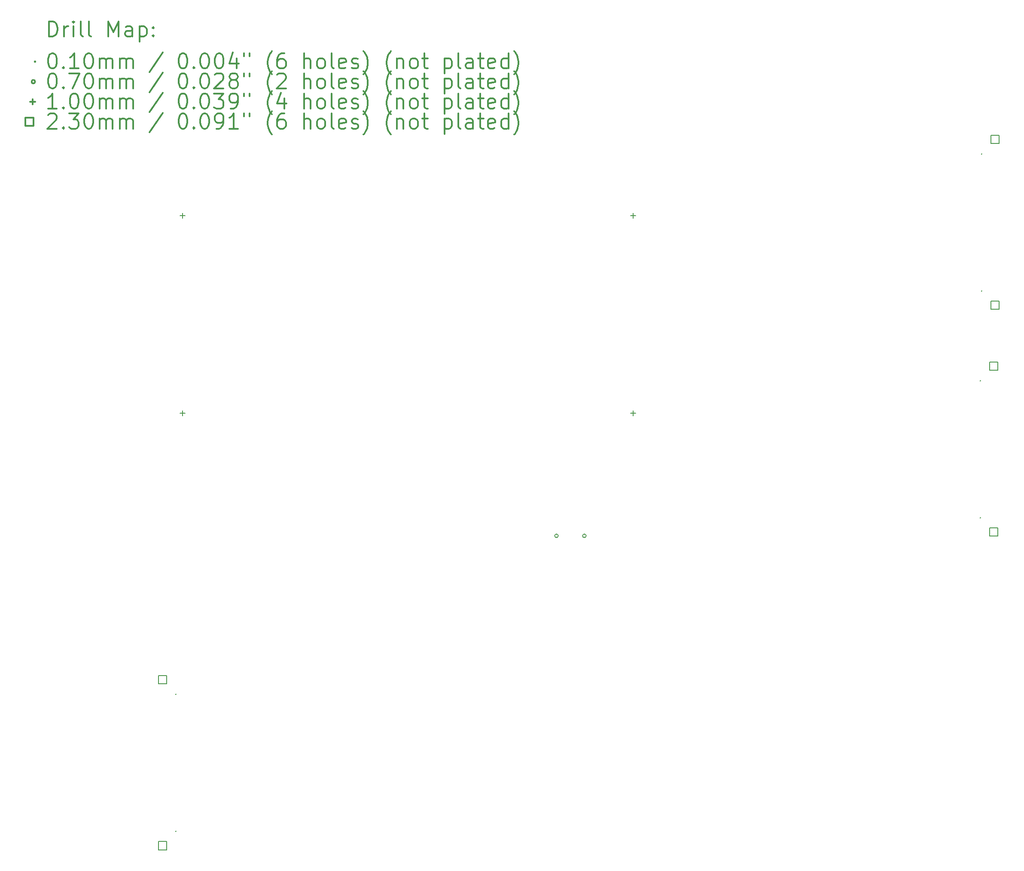
<source format=gbr>
%FSLAX45Y45*%
G04 Gerber Fmt 4.5, Leading zero omitted, Abs format (unit mm)*
G04 Created by KiCad (PCBNEW 4.0.7-e2-6376~58~ubuntu16.04.1) date Sun Feb  4 19:33:28 2018*
%MOMM*%
%LPD*%
G01*
G04 APERTURE LIST*
%ADD10C,0.127000*%
%ADD11C,0.200000*%
%ADD12C,0.300000*%
G04 APERTURE END LIST*
D10*
D11*
X2770600Y-13426100D02*
X2780600Y-13436100D01*
X2780600Y-13426100D02*
X2770600Y-13436100D01*
X2770600Y-16126100D02*
X2780600Y-16136100D01*
X2780600Y-16126100D02*
X2770600Y-16136100D01*
X18631600Y-7244600D02*
X18641600Y-7254600D01*
X18641600Y-7244600D02*
X18631600Y-7254600D01*
X18631600Y-9944600D02*
X18641600Y-9954600D01*
X18641600Y-9944600D02*
X18631600Y-9954600D01*
X18657000Y-2774200D02*
X18667000Y-2784200D01*
X18667000Y-2774200D02*
X18657000Y-2784200D01*
X18657000Y-5474200D02*
X18667000Y-5484200D01*
X18667000Y-5474200D02*
X18657000Y-5484200D01*
X10311160Y-10308820D02*
G75*
G03X10311160Y-10308820I-35000J0D01*
G01*
X10861160Y-10308820D02*
G75*
G03X10861160Y-10308820I-35000J0D01*
G01*
X2904100Y-3946600D02*
X2904100Y-4046600D01*
X2854100Y-3996600D02*
X2954100Y-3996600D01*
X2904100Y-7840600D02*
X2904100Y-7940600D01*
X2854100Y-7890600D02*
X2954100Y-7890600D01*
X11789800Y-3946600D02*
X11789800Y-4046600D01*
X11739800Y-3996600D02*
X11839800Y-3996600D01*
X11789800Y-7840600D02*
X11789800Y-7940600D01*
X11739800Y-7890600D02*
X11839800Y-7890600D01*
X2596918Y-13227418D02*
X2596918Y-13064782D01*
X2434282Y-13064782D01*
X2434282Y-13227418D01*
X2596918Y-13227418D01*
X2596918Y-16497418D02*
X2596918Y-16334782D01*
X2434282Y-16334782D01*
X2434282Y-16497418D01*
X2596918Y-16497418D01*
X18977918Y-7045918D02*
X18977918Y-6883282D01*
X18815282Y-6883282D01*
X18815282Y-7045918D01*
X18977918Y-7045918D01*
X18977918Y-10315918D02*
X18977918Y-10153282D01*
X18815282Y-10153282D01*
X18815282Y-10315918D01*
X18977918Y-10315918D01*
X19003318Y-2575518D02*
X19003318Y-2412882D01*
X18840682Y-2412882D01*
X18840682Y-2575518D01*
X19003318Y-2575518D01*
X19003318Y-5845518D02*
X19003318Y-5682882D01*
X18840682Y-5682882D01*
X18840682Y-5845518D01*
X19003318Y-5845518D01*
D12*
X271429Y-465714D02*
X271429Y-165714D01*
X342857Y-165714D01*
X385714Y-180000D01*
X414286Y-208571D01*
X428571Y-237143D01*
X442857Y-294286D01*
X442857Y-337143D01*
X428571Y-394286D01*
X414286Y-422857D01*
X385714Y-451429D01*
X342857Y-465714D01*
X271429Y-465714D01*
X571429Y-465714D02*
X571429Y-265714D01*
X571429Y-322857D02*
X585714Y-294286D01*
X600000Y-280000D01*
X628571Y-265714D01*
X657143Y-265714D01*
X757143Y-465714D02*
X757143Y-265714D01*
X757143Y-165714D02*
X742857Y-180000D01*
X757143Y-194286D01*
X771429Y-180000D01*
X757143Y-165714D01*
X757143Y-194286D01*
X942857Y-465714D02*
X914286Y-451429D01*
X900000Y-422857D01*
X900000Y-165714D01*
X1100000Y-465714D02*
X1071429Y-451429D01*
X1057143Y-422857D01*
X1057143Y-165714D01*
X1442857Y-465714D02*
X1442857Y-165714D01*
X1542857Y-380000D01*
X1642857Y-165714D01*
X1642857Y-465714D01*
X1914286Y-465714D02*
X1914286Y-308571D01*
X1900000Y-280000D01*
X1871429Y-265714D01*
X1814286Y-265714D01*
X1785714Y-280000D01*
X1914286Y-451429D02*
X1885714Y-465714D01*
X1814286Y-465714D01*
X1785714Y-451429D01*
X1771429Y-422857D01*
X1771429Y-394286D01*
X1785714Y-365714D01*
X1814286Y-351429D01*
X1885714Y-351429D01*
X1914286Y-337143D01*
X2057143Y-265714D02*
X2057143Y-565714D01*
X2057143Y-280000D02*
X2085714Y-265714D01*
X2142857Y-265714D01*
X2171429Y-280000D01*
X2185714Y-294286D01*
X2200000Y-322857D01*
X2200000Y-408571D01*
X2185714Y-437143D01*
X2171429Y-451429D01*
X2142857Y-465714D01*
X2085714Y-465714D01*
X2057143Y-451429D01*
X2328572Y-437143D02*
X2342857Y-451429D01*
X2328572Y-465714D01*
X2314286Y-451429D01*
X2328572Y-437143D01*
X2328572Y-465714D01*
X2328572Y-280000D02*
X2342857Y-294286D01*
X2328572Y-308571D01*
X2314286Y-294286D01*
X2328572Y-280000D01*
X2328572Y-308571D01*
X-10000Y-955000D02*
X0Y-965000D01*
X0Y-955000D02*
X-10000Y-965000D01*
X328571Y-795714D02*
X357143Y-795714D01*
X385714Y-810000D01*
X400000Y-824286D01*
X414286Y-852857D01*
X428571Y-910000D01*
X428571Y-981429D01*
X414286Y-1038571D01*
X400000Y-1067143D01*
X385714Y-1081429D01*
X357143Y-1095714D01*
X328571Y-1095714D01*
X300000Y-1081429D01*
X285714Y-1067143D01*
X271429Y-1038571D01*
X257143Y-981429D01*
X257143Y-910000D01*
X271429Y-852857D01*
X285714Y-824286D01*
X300000Y-810000D01*
X328571Y-795714D01*
X557143Y-1067143D02*
X571429Y-1081429D01*
X557143Y-1095714D01*
X542857Y-1081429D01*
X557143Y-1067143D01*
X557143Y-1095714D01*
X857143Y-1095714D02*
X685714Y-1095714D01*
X771428Y-1095714D02*
X771428Y-795714D01*
X742857Y-838571D01*
X714286Y-867143D01*
X685714Y-881429D01*
X1042857Y-795714D02*
X1071429Y-795714D01*
X1100000Y-810000D01*
X1114286Y-824286D01*
X1128571Y-852857D01*
X1142857Y-910000D01*
X1142857Y-981429D01*
X1128571Y-1038571D01*
X1114286Y-1067143D01*
X1100000Y-1081429D01*
X1071429Y-1095714D01*
X1042857Y-1095714D01*
X1014286Y-1081429D01*
X1000000Y-1067143D01*
X985714Y-1038571D01*
X971429Y-981429D01*
X971429Y-910000D01*
X985714Y-852857D01*
X1000000Y-824286D01*
X1014286Y-810000D01*
X1042857Y-795714D01*
X1271429Y-1095714D02*
X1271429Y-895714D01*
X1271429Y-924286D02*
X1285714Y-910000D01*
X1314286Y-895714D01*
X1357143Y-895714D01*
X1385714Y-910000D01*
X1400000Y-938571D01*
X1400000Y-1095714D01*
X1400000Y-938571D02*
X1414286Y-910000D01*
X1442857Y-895714D01*
X1485714Y-895714D01*
X1514286Y-910000D01*
X1528571Y-938571D01*
X1528571Y-1095714D01*
X1671429Y-1095714D02*
X1671429Y-895714D01*
X1671429Y-924286D02*
X1685714Y-910000D01*
X1714286Y-895714D01*
X1757143Y-895714D01*
X1785714Y-910000D01*
X1800000Y-938571D01*
X1800000Y-1095714D01*
X1800000Y-938571D02*
X1814286Y-910000D01*
X1842857Y-895714D01*
X1885714Y-895714D01*
X1914286Y-910000D01*
X1928571Y-938571D01*
X1928571Y-1095714D01*
X2514286Y-781429D02*
X2257143Y-1167143D01*
X2900000Y-795714D02*
X2928571Y-795714D01*
X2957143Y-810000D01*
X2971428Y-824286D01*
X2985714Y-852857D01*
X3000000Y-910000D01*
X3000000Y-981429D01*
X2985714Y-1038571D01*
X2971428Y-1067143D01*
X2957143Y-1081429D01*
X2928571Y-1095714D01*
X2900000Y-1095714D01*
X2871428Y-1081429D01*
X2857143Y-1067143D01*
X2842857Y-1038571D01*
X2828571Y-981429D01*
X2828571Y-910000D01*
X2842857Y-852857D01*
X2857143Y-824286D01*
X2871428Y-810000D01*
X2900000Y-795714D01*
X3128571Y-1067143D02*
X3142857Y-1081429D01*
X3128571Y-1095714D01*
X3114286Y-1081429D01*
X3128571Y-1067143D01*
X3128571Y-1095714D01*
X3328571Y-795714D02*
X3357143Y-795714D01*
X3385714Y-810000D01*
X3400000Y-824286D01*
X3414286Y-852857D01*
X3428571Y-910000D01*
X3428571Y-981429D01*
X3414286Y-1038571D01*
X3400000Y-1067143D01*
X3385714Y-1081429D01*
X3357143Y-1095714D01*
X3328571Y-1095714D01*
X3300000Y-1081429D01*
X3285714Y-1067143D01*
X3271428Y-1038571D01*
X3257143Y-981429D01*
X3257143Y-910000D01*
X3271428Y-852857D01*
X3285714Y-824286D01*
X3300000Y-810000D01*
X3328571Y-795714D01*
X3614286Y-795714D02*
X3642857Y-795714D01*
X3671428Y-810000D01*
X3685714Y-824286D01*
X3700000Y-852857D01*
X3714286Y-910000D01*
X3714286Y-981429D01*
X3700000Y-1038571D01*
X3685714Y-1067143D01*
X3671428Y-1081429D01*
X3642857Y-1095714D01*
X3614286Y-1095714D01*
X3585714Y-1081429D01*
X3571428Y-1067143D01*
X3557143Y-1038571D01*
X3542857Y-981429D01*
X3542857Y-910000D01*
X3557143Y-852857D01*
X3571428Y-824286D01*
X3585714Y-810000D01*
X3614286Y-795714D01*
X3971428Y-895714D02*
X3971428Y-1095714D01*
X3900000Y-781429D02*
X3828571Y-995714D01*
X4014286Y-995714D01*
X4114286Y-795714D02*
X4114286Y-852857D01*
X4228571Y-795714D02*
X4228571Y-852857D01*
X4671429Y-1210000D02*
X4657143Y-1195714D01*
X4628571Y-1152857D01*
X4614286Y-1124286D01*
X4600000Y-1081429D01*
X4585714Y-1010000D01*
X4585714Y-952857D01*
X4600000Y-881429D01*
X4614286Y-838571D01*
X4628571Y-810000D01*
X4657143Y-767143D01*
X4671429Y-752857D01*
X4914286Y-795714D02*
X4857143Y-795714D01*
X4828571Y-810000D01*
X4814286Y-824286D01*
X4785714Y-867143D01*
X4771429Y-924286D01*
X4771429Y-1038571D01*
X4785714Y-1067143D01*
X4800000Y-1081429D01*
X4828571Y-1095714D01*
X4885714Y-1095714D01*
X4914286Y-1081429D01*
X4928571Y-1067143D01*
X4942857Y-1038571D01*
X4942857Y-967143D01*
X4928571Y-938571D01*
X4914286Y-924286D01*
X4885714Y-910000D01*
X4828571Y-910000D01*
X4800000Y-924286D01*
X4785714Y-938571D01*
X4771429Y-967143D01*
X5300000Y-1095714D02*
X5300000Y-795714D01*
X5428571Y-1095714D02*
X5428571Y-938571D01*
X5414286Y-910000D01*
X5385714Y-895714D01*
X5342857Y-895714D01*
X5314286Y-910000D01*
X5300000Y-924286D01*
X5614286Y-1095714D02*
X5585714Y-1081429D01*
X5571429Y-1067143D01*
X5557143Y-1038571D01*
X5557143Y-952857D01*
X5571429Y-924286D01*
X5585714Y-910000D01*
X5614286Y-895714D01*
X5657143Y-895714D01*
X5685714Y-910000D01*
X5700000Y-924286D01*
X5714286Y-952857D01*
X5714286Y-1038571D01*
X5700000Y-1067143D01*
X5685714Y-1081429D01*
X5657143Y-1095714D01*
X5614286Y-1095714D01*
X5885714Y-1095714D02*
X5857143Y-1081429D01*
X5842857Y-1052857D01*
X5842857Y-795714D01*
X6114286Y-1081429D02*
X6085714Y-1095714D01*
X6028571Y-1095714D01*
X6000000Y-1081429D01*
X5985714Y-1052857D01*
X5985714Y-938571D01*
X6000000Y-910000D01*
X6028571Y-895714D01*
X6085714Y-895714D01*
X6114286Y-910000D01*
X6128571Y-938571D01*
X6128571Y-967143D01*
X5985714Y-995714D01*
X6242857Y-1081429D02*
X6271429Y-1095714D01*
X6328571Y-1095714D01*
X6357143Y-1081429D01*
X6371429Y-1052857D01*
X6371429Y-1038571D01*
X6357143Y-1010000D01*
X6328571Y-995714D01*
X6285714Y-995714D01*
X6257143Y-981429D01*
X6242857Y-952857D01*
X6242857Y-938571D01*
X6257143Y-910000D01*
X6285714Y-895714D01*
X6328571Y-895714D01*
X6357143Y-910000D01*
X6471428Y-1210000D02*
X6485714Y-1195714D01*
X6514286Y-1152857D01*
X6528571Y-1124286D01*
X6542857Y-1081429D01*
X6557143Y-1010000D01*
X6557143Y-952857D01*
X6542857Y-881429D01*
X6528571Y-838571D01*
X6514286Y-810000D01*
X6485714Y-767143D01*
X6471428Y-752857D01*
X7014286Y-1210000D02*
X7000000Y-1195714D01*
X6971428Y-1152857D01*
X6957143Y-1124286D01*
X6942857Y-1081429D01*
X6928571Y-1010000D01*
X6928571Y-952857D01*
X6942857Y-881429D01*
X6957143Y-838571D01*
X6971428Y-810000D01*
X7000000Y-767143D01*
X7014286Y-752857D01*
X7128571Y-895714D02*
X7128571Y-1095714D01*
X7128571Y-924286D02*
X7142857Y-910000D01*
X7171428Y-895714D01*
X7214286Y-895714D01*
X7242857Y-910000D01*
X7257143Y-938571D01*
X7257143Y-1095714D01*
X7442857Y-1095714D02*
X7414286Y-1081429D01*
X7400000Y-1067143D01*
X7385714Y-1038571D01*
X7385714Y-952857D01*
X7400000Y-924286D01*
X7414286Y-910000D01*
X7442857Y-895714D01*
X7485714Y-895714D01*
X7514286Y-910000D01*
X7528571Y-924286D01*
X7542857Y-952857D01*
X7542857Y-1038571D01*
X7528571Y-1067143D01*
X7514286Y-1081429D01*
X7485714Y-1095714D01*
X7442857Y-1095714D01*
X7628571Y-895714D02*
X7742857Y-895714D01*
X7671429Y-795714D02*
X7671429Y-1052857D01*
X7685714Y-1081429D01*
X7714286Y-1095714D01*
X7742857Y-1095714D01*
X8071429Y-895714D02*
X8071429Y-1195714D01*
X8071429Y-910000D02*
X8100000Y-895714D01*
X8157143Y-895714D01*
X8185714Y-910000D01*
X8200000Y-924286D01*
X8214286Y-952857D01*
X8214286Y-1038571D01*
X8200000Y-1067143D01*
X8185714Y-1081429D01*
X8157143Y-1095714D01*
X8100000Y-1095714D01*
X8071429Y-1081429D01*
X8385714Y-1095714D02*
X8357143Y-1081429D01*
X8342857Y-1052857D01*
X8342857Y-795714D01*
X8628572Y-1095714D02*
X8628572Y-938571D01*
X8614286Y-910000D01*
X8585714Y-895714D01*
X8528572Y-895714D01*
X8500000Y-910000D01*
X8628572Y-1081429D02*
X8600000Y-1095714D01*
X8528572Y-1095714D01*
X8500000Y-1081429D01*
X8485714Y-1052857D01*
X8485714Y-1024286D01*
X8500000Y-995714D01*
X8528572Y-981429D01*
X8600000Y-981429D01*
X8628572Y-967143D01*
X8728572Y-895714D02*
X8842857Y-895714D01*
X8771429Y-795714D02*
X8771429Y-1052857D01*
X8785714Y-1081429D01*
X8814286Y-1095714D01*
X8842857Y-1095714D01*
X9057143Y-1081429D02*
X9028572Y-1095714D01*
X8971429Y-1095714D01*
X8942857Y-1081429D01*
X8928572Y-1052857D01*
X8928572Y-938571D01*
X8942857Y-910000D01*
X8971429Y-895714D01*
X9028572Y-895714D01*
X9057143Y-910000D01*
X9071429Y-938571D01*
X9071429Y-967143D01*
X8928572Y-995714D01*
X9328572Y-1095714D02*
X9328572Y-795714D01*
X9328572Y-1081429D02*
X9300000Y-1095714D01*
X9242857Y-1095714D01*
X9214286Y-1081429D01*
X9200000Y-1067143D01*
X9185715Y-1038571D01*
X9185715Y-952857D01*
X9200000Y-924286D01*
X9214286Y-910000D01*
X9242857Y-895714D01*
X9300000Y-895714D01*
X9328572Y-910000D01*
X9442857Y-1210000D02*
X9457143Y-1195714D01*
X9485715Y-1152857D01*
X9500000Y-1124286D01*
X9514286Y-1081429D01*
X9528572Y-1010000D01*
X9528572Y-952857D01*
X9514286Y-881429D01*
X9500000Y-838571D01*
X9485715Y-810000D01*
X9457143Y-767143D01*
X9442857Y-752857D01*
X0Y-1356000D02*
G75*
G03X0Y-1356000I-35000J0D01*
G01*
X328571Y-1191714D02*
X357143Y-1191714D01*
X385714Y-1206000D01*
X400000Y-1220286D01*
X414286Y-1248857D01*
X428571Y-1306000D01*
X428571Y-1377429D01*
X414286Y-1434571D01*
X400000Y-1463143D01*
X385714Y-1477429D01*
X357143Y-1491714D01*
X328571Y-1491714D01*
X300000Y-1477429D01*
X285714Y-1463143D01*
X271429Y-1434571D01*
X257143Y-1377429D01*
X257143Y-1306000D01*
X271429Y-1248857D01*
X285714Y-1220286D01*
X300000Y-1206000D01*
X328571Y-1191714D01*
X557143Y-1463143D02*
X571429Y-1477429D01*
X557143Y-1491714D01*
X542857Y-1477429D01*
X557143Y-1463143D01*
X557143Y-1491714D01*
X671429Y-1191714D02*
X871428Y-1191714D01*
X742857Y-1491714D01*
X1042857Y-1191714D02*
X1071429Y-1191714D01*
X1100000Y-1206000D01*
X1114286Y-1220286D01*
X1128571Y-1248857D01*
X1142857Y-1306000D01*
X1142857Y-1377429D01*
X1128571Y-1434571D01*
X1114286Y-1463143D01*
X1100000Y-1477429D01*
X1071429Y-1491714D01*
X1042857Y-1491714D01*
X1014286Y-1477429D01*
X1000000Y-1463143D01*
X985714Y-1434571D01*
X971429Y-1377429D01*
X971429Y-1306000D01*
X985714Y-1248857D01*
X1000000Y-1220286D01*
X1014286Y-1206000D01*
X1042857Y-1191714D01*
X1271429Y-1491714D02*
X1271429Y-1291714D01*
X1271429Y-1320286D02*
X1285714Y-1306000D01*
X1314286Y-1291714D01*
X1357143Y-1291714D01*
X1385714Y-1306000D01*
X1400000Y-1334571D01*
X1400000Y-1491714D01*
X1400000Y-1334571D02*
X1414286Y-1306000D01*
X1442857Y-1291714D01*
X1485714Y-1291714D01*
X1514286Y-1306000D01*
X1528571Y-1334571D01*
X1528571Y-1491714D01*
X1671429Y-1491714D02*
X1671429Y-1291714D01*
X1671429Y-1320286D02*
X1685714Y-1306000D01*
X1714286Y-1291714D01*
X1757143Y-1291714D01*
X1785714Y-1306000D01*
X1800000Y-1334571D01*
X1800000Y-1491714D01*
X1800000Y-1334571D02*
X1814286Y-1306000D01*
X1842857Y-1291714D01*
X1885714Y-1291714D01*
X1914286Y-1306000D01*
X1928571Y-1334571D01*
X1928571Y-1491714D01*
X2514286Y-1177429D02*
X2257143Y-1563143D01*
X2900000Y-1191714D02*
X2928571Y-1191714D01*
X2957143Y-1206000D01*
X2971428Y-1220286D01*
X2985714Y-1248857D01*
X3000000Y-1306000D01*
X3000000Y-1377429D01*
X2985714Y-1434571D01*
X2971428Y-1463143D01*
X2957143Y-1477429D01*
X2928571Y-1491714D01*
X2900000Y-1491714D01*
X2871428Y-1477429D01*
X2857143Y-1463143D01*
X2842857Y-1434571D01*
X2828571Y-1377429D01*
X2828571Y-1306000D01*
X2842857Y-1248857D01*
X2857143Y-1220286D01*
X2871428Y-1206000D01*
X2900000Y-1191714D01*
X3128571Y-1463143D02*
X3142857Y-1477429D01*
X3128571Y-1491714D01*
X3114286Y-1477429D01*
X3128571Y-1463143D01*
X3128571Y-1491714D01*
X3328571Y-1191714D02*
X3357143Y-1191714D01*
X3385714Y-1206000D01*
X3400000Y-1220286D01*
X3414286Y-1248857D01*
X3428571Y-1306000D01*
X3428571Y-1377429D01*
X3414286Y-1434571D01*
X3400000Y-1463143D01*
X3385714Y-1477429D01*
X3357143Y-1491714D01*
X3328571Y-1491714D01*
X3300000Y-1477429D01*
X3285714Y-1463143D01*
X3271428Y-1434571D01*
X3257143Y-1377429D01*
X3257143Y-1306000D01*
X3271428Y-1248857D01*
X3285714Y-1220286D01*
X3300000Y-1206000D01*
X3328571Y-1191714D01*
X3542857Y-1220286D02*
X3557143Y-1206000D01*
X3585714Y-1191714D01*
X3657143Y-1191714D01*
X3685714Y-1206000D01*
X3700000Y-1220286D01*
X3714286Y-1248857D01*
X3714286Y-1277429D01*
X3700000Y-1320286D01*
X3528571Y-1491714D01*
X3714286Y-1491714D01*
X3885714Y-1320286D02*
X3857143Y-1306000D01*
X3842857Y-1291714D01*
X3828571Y-1263143D01*
X3828571Y-1248857D01*
X3842857Y-1220286D01*
X3857143Y-1206000D01*
X3885714Y-1191714D01*
X3942857Y-1191714D01*
X3971428Y-1206000D01*
X3985714Y-1220286D01*
X4000000Y-1248857D01*
X4000000Y-1263143D01*
X3985714Y-1291714D01*
X3971428Y-1306000D01*
X3942857Y-1320286D01*
X3885714Y-1320286D01*
X3857143Y-1334571D01*
X3842857Y-1348857D01*
X3828571Y-1377429D01*
X3828571Y-1434571D01*
X3842857Y-1463143D01*
X3857143Y-1477429D01*
X3885714Y-1491714D01*
X3942857Y-1491714D01*
X3971428Y-1477429D01*
X3985714Y-1463143D01*
X4000000Y-1434571D01*
X4000000Y-1377429D01*
X3985714Y-1348857D01*
X3971428Y-1334571D01*
X3942857Y-1320286D01*
X4114286Y-1191714D02*
X4114286Y-1248857D01*
X4228571Y-1191714D02*
X4228571Y-1248857D01*
X4671429Y-1606000D02*
X4657143Y-1591714D01*
X4628571Y-1548857D01*
X4614286Y-1520286D01*
X4600000Y-1477429D01*
X4585714Y-1406000D01*
X4585714Y-1348857D01*
X4600000Y-1277429D01*
X4614286Y-1234571D01*
X4628571Y-1206000D01*
X4657143Y-1163143D01*
X4671429Y-1148857D01*
X4771429Y-1220286D02*
X4785714Y-1206000D01*
X4814286Y-1191714D01*
X4885714Y-1191714D01*
X4914286Y-1206000D01*
X4928571Y-1220286D01*
X4942857Y-1248857D01*
X4942857Y-1277429D01*
X4928571Y-1320286D01*
X4757143Y-1491714D01*
X4942857Y-1491714D01*
X5300000Y-1491714D02*
X5300000Y-1191714D01*
X5428571Y-1491714D02*
X5428571Y-1334571D01*
X5414286Y-1306000D01*
X5385714Y-1291714D01*
X5342857Y-1291714D01*
X5314286Y-1306000D01*
X5300000Y-1320286D01*
X5614286Y-1491714D02*
X5585714Y-1477429D01*
X5571429Y-1463143D01*
X5557143Y-1434571D01*
X5557143Y-1348857D01*
X5571429Y-1320286D01*
X5585714Y-1306000D01*
X5614286Y-1291714D01*
X5657143Y-1291714D01*
X5685714Y-1306000D01*
X5700000Y-1320286D01*
X5714286Y-1348857D01*
X5714286Y-1434571D01*
X5700000Y-1463143D01*
X5685714Y-1477429D01*
X5657143Y-1491714D01*
X5614286Y-1491714D01*
X5885714Y-1491714D02*
X5857143Y-1477429D01*
X5842857Y-1448857D01*
X5842857Y-1191714D01*
X6114286Y-1477429D02*
X6085714Y-1491714D01*
X6028571Y-1491714D01*
X6000000Y-1477429D01*
X5985714Y-1448857D01*
X5985714Y-1334571D01*
X6000000Y-1306000D01*
X6028571Y-1291714D01*
X6085714Y-1291714D01*
X6114286Y-1306000D01*
X6128571Y-1334571D01*
X6128571Y-1363143D01*
X5985714Y-1391714D01*
X6242857Y-1477429D02*
X6271429Y-1491714D01*
X6328571Y-1491714D01*
X6357143Y-1477429D01*
X6371429Y-1448857D01*
X6371429Y-1434571D01*
X6357143Y-1406000D01*
X6328571Y-1391714D01*
X6285714Y-1391714D01*
X6257143Y-1377429D01*
X6242857Y-1348857D01*
X6242857Y-1334571D01*
X6257143Y-1306000D01*
X6285714Y-1291714D01*
X6328571Y-1291714D01*
X6357143Y-1306000D01*
X6471428Y-1606000D02*
X6485714Y-1591714D01*
X6514286Y-1548857D01*
X6528571Y-1520286D01*
X6542857Y-1477429D01*
X6557143Y-1406000D01*
X6557143Y-1348857D01*
X6542857Y-1277429D01*
X6528571Y-1234571D01*
X6514286Y-1206000D01*
X6485714Y-1163143D01*
X6471428Y-1148857D01*
X7014286Y-1606000D02*
X7000000Y-1591714D01*
X6971428Y-1548857D01*
X6957143Y-1520286D01*
X6942857Y-1477429D01*
X6928571Y-1406000D01*
X6928571Y-1348857D01*
X6942857Y-1277429D01*
X6957143Y-1234571D01*
X6971428Y-1206000D01*
X7000000Y-1163143D01*
X7014286Y-1148857D01*
X7128571Y-1291714D02*
X7128571Y-1491714D01*
X7128571Y-1320286D02*
X7142857Y-1306000D01*
X7171428Y-1291714D01*
X7214286Y-1291714D01*
X7242857Y-1306000D01*
X7257143Y-1334571D01*
X7257143Y-1491714D01*
X7442857Y-1491714D02*
X7414286Y-1477429D01*
X7400000Y-1463143D01*
X7385714Y-1434571D01*
X7385714Y-1348857D01*
X7400000Y-1320286D01*
X7414286Y-1306000D01*
X7442857Y-1291714D01*
X7485714Y-1291714D01*
X7514286Y-1306000D01*
X7528571Y-1320286D01*
X7542857Y-1348857D01*
X7542857Y-1434571D01*
X7528571Y-1463143D01*
X7514286Y-1477429D01*
X7485714Y-1491714D01*
X7442857Y-1491714D01*
X7628571Y-1291714D02*
X7742857Y-1291714D01*
X7671429Y-1191714D02*
X7671429Y-1448857D01*
X7685714Y-1477429D01*
X7714286Y-1491714D01*
X7742857Y-1491714D01*
X8071429Y-1291714D02*
X8071429Y-1591714D01*
X8071429Y-1306000D02*
X8100000Y-1291714D01*
X8157143Y-1291714D01*
X8185714Y-1306000D01*
X8200000Y-1320286D01*
X8214286Y-1348857D01*
X8214286Y-1434571D01*
X8200000Y-1463143D01*
X8185714Y-1477429D01*
X8157143Y-1491714D01*
X8100000Y-1491714D01*
X8071429Y-1477429D01*
X8385714Y-1491714D02*
X8357143Y-1477429D01*
X8342857Y-1448857D01*
X8342857Y-1191714D01*
X8628572Y-1491714D02*
X8628572Y-1334571D01*
X8614286Y-1306000D01*
X8585714Y-1291714D01*
X8528572Y-1291714D01*
X8500000Y-1306000D01*
X8628572Y-1477429D02*
X8600000Y-1491714D01*
X8528572Y-1491714D01*
X8500000Y-1477429D01*
X8485714Y-1448857D01*
X8485714Y-1420286D01*
X8500000Y-1391714D01*
X8528572Y-1377429D01*
X8600000Y-1377429D01*
X8628572Y-1363143D01*
X8728572Y-1291714D02*
X8842857Y-1291714D01*
X8771429Y-1191714D02*
X8771429Y-1448857D01*
X8785714Y-1477429D01*
X8814286Y-1491714D01*
X8842857Y-1491714D01*
X9057143Y-1477429D02*
X9028572Y-1491714D01*
X8971429Y-1491714D01*
X8942857Y-1477429D01*
X8928572Y-1448857D01*
X8928572Y-1334571D01*
X8942857Y-1306000D01*
X8971429Y-1291714D01*
X9028572Y-1291714D01*
X9057143Y-1306000D01*
X9071429Y-1334571D01*
X9071429Y-1363143D01*
X8928572Y-1391714D01*
X9328572Y-1491714D02*
X9328572Y-1191714D01*
X9328572Y-1477429D02*
X9300000Y-1491714D01*
X9242857Y-1491714D01*
X9214286Y-1477429D01*
X9200000Y-1463143D01*
X9185715Y-1434571D01*
X9185715Y-1348857D01*
X9200000Y-1320286D01*
X9214286Y-1306000D01*
X9242857Y-1291714D01*
X9300000Y-1291714D01*
X9328572Y-1306000D01*
X9442857Y-1606000D02*
X9457143Y-1591714D01*
X9485715Y-1548857D01*
X9500000Y-1520286D01*
X9514286Y-1477429D01*
X9528572Y-1406000D01*
X9528572Y-1348857D01*
X9514286Y-1277429D01*
X9500000Y-1234571D01*
X9485715Y-1206000D01*
X9457143Y-1163143D01*
X9442857Y-1148857D01*
X-50000Y-1702000D02*
X-50000Y-1802000D01*
X-100000Y-1752000D02*
X0Y-1752000D01*
X428571Y-1887714D02*
X257143Y-1887714D01*
X342857Y-1887714D02*
X342857Y-1587714D01*
X314286Y-1630571D01*
X285714Y-1659143D01*
X257143Y-1673429D01*
X557143Y-1859143D02*
X571429Y-1873429D01*
X557143Y-1887714D01*
X542857Y-1873429D01*
X557143Y-1859143D01*
X557143Y-1887714D01*
X757143Y-1587714D02*
X785714Y-1587714D01*
X814286Y-1602000D01*
X828571Y-1616286D01*
X842857Y-1644857D01*
X857143Y-1702000D01*
X857143Y-1773429D01*
X842857Y-1830571D01*
X828571Y-1859143D01*
X814286Y-1873429D01*
X785714Y-1887714D01*
X757143Y-1887714D01*
X728571Y-1873429D01*
X714286Y-1859143D01*
X700000Y-1830571D01*
X685714Y-1773429D01*
X685714Y-1702000D01*
X700000Y-1644857D01*
X714286Y-1616286D01*
X728571Y-1602000D01*
X757143Y-1587714D01*
X1042857Y-1587714D02*
X1071429Y-1587714D01*
X1100000Y-1602000D01*
X1114286Y-1616286D01*
X1128571Y-1644857D01*
X1142857Y-1702000D01*
X1142857Y-1773429D01*
X1128571Y-1830571D01*
X1114286Y-1859143D01*
X1100000Y-1873429D01*
X1071429Y-1887714D01*
X1042857Y-1887714D01*
X1014286Y-1873429D01*
X1000000Y-1859143D01*
X985714Y-1830571D01*
X971429Y-1773429D01*
X971429Y-1702000D01*
X985714Y-1644857D01*
X1000000Y-1616286D01*
X1014286Y-1602000D01*
X1042857Y-1587714D01*
X1271429Y-1887714D02*
X1271429Y-1687714D01*
X1271429Y-1716286D02*
X1285714Y-1702000D01*
X1314286Y-1687714D01*
X1357143Y-1687714D01*
X1385714Y-1702000D01*
X1400000Y-1730571D01*
X1400000Y-1887714D01*
X1400000Y-1730571D02*
X1414286Y-1702000D01*
X1442857Y-1687714D01*
X1485714Y-1687714D01*
X1514286Y-1702000D01*
X1528571Y-1730571D01*
X1528571Y-1887714D01*
X1671429Y-1887714D02*
X1671429Y-1687714D01*
X1671429Y-1716286D02*
X1685714Y-1702000D01*
X1714286Y-1687714D01*
X1757143Y-1687714D01*
X1785714Y-1702000D01*
X1800000Y-1730571D01*
X1800000Y-1887714D01*
X1800000Y-1730571D02*
X1814286Y-1702000D01*
X1842857Y-1687714D01*
X1885714Y-1687714D01*
X1914286Y-1702000D01*
X1928571Y-1730571D01*
X1928571Y-1887714D01*
X2514286Y-1573429D02*
X2257143Y-1959143D01*
X2900000Y-1587714D02*
X2928571Y-1587714D01*
X2957143Y-1602000D01*
X2971428Y-1616286D01*
X2985714Y-1644857D01*
X3000000Y-1702000D01*
X3000000Y-1773429D01*
X2985714Y-1830571D01*
X2971428Y-1859143D01*
X2957143Y-1873429D01*
X2928571Y-1887714D01*
X2900000Y-1887714D01*
X2871428Y-1873429D01*
X2857143Y-1859143D01*
X2842857Y-1830571D01*
X2828571Y-1773429D01*
X2828571Y-1702000D01*
X2842857Y-1644857D01*
X2857143Y-1616286D01*
X2871428Y-1602000D01*
X2900000Y-1587714D01*
X3128571Y-1859143D02*
X3142857Y-1873429D01*
X3128571Y-1887714D01*
X3114286Y-1873429D01*
X3128571Y-1859143D01*
X3128571Y-1887714D01*
X3328571Y-1587714D02*
X3357143Y-1587714D01*
X3385714Y-1602000D01*
X3400000Y-1616286D01*
X3414286Y-1644857D01*
X3428571Y-1702000D01*
X3428571Y-1773429D01*
X3414286Y-1830571D01*
X3400000Y-1859143D01*
X3385714Y-1873429D01*
X3357143Y-1887714D01*
X3328571Y-1887714D01*
X3300000Y-1873429D01*
X3285714Y-1859143D01*
X3271428Y-1830571D01*
X3257143Y-1773429D01*
X3257143Y-1702000D01*
X3271428Y-1644857D01*
X3285714Y-1616286D01*
X3300000Y-1602000D01*
X3328571Y-1587714D01*
X3528571Y-1587714D02*
X3714286Y-1587714D01*
X3614286Y-1702000D01*
X3657143Y-1702000D01*
X3685714Y-1716286D01*
X3700000Y-1730571D01*
X3714286Y-1759143D01*
X3714286Y-1830571D01*
X3700000Y-1859143D01*
X3685714Y-1873429D01*
X3657143Y-1887714D01*
X3571428Y-1887714D01*
X3542857Y-1873429D01*
X3528571Y-1859143D01*
X3857143Y-1887714D02*
X3914286Y-1887714D01*
X3942857Y-1873429D01*
X3957143Y-1859143D01*
X3985714Y-1816286D01*
X4000000Y-1759143D01*
X4000000Y-1644857D01*
X3985714Y-1616286D01*
X3971428Y-1602000D01*
X3942857Y-1587714D01*
X3885714Y-1587714D01*
X3857143Y-1602000D01*
X3842857Y-1616286D01*
X3828571Y-1644857D01*
X3828571Y-1716286D01*
X3842857Y-1744857D01*
X3857143Y-1759143D01*
X3885714Y-1773429D01*
X3942857Y-1773429D01*
X3971428Y-1759143D01*
X3985714Y-1744857D01*
X4000000Y-1716286D01*
X4114286Y-1587714D02*
X4114286Y-1644857D01*
X4228571Y-1587714D02*
X4228571Y-1644857D01*
X4671429Y-2002000D02*
X4657143Y-1987714D01*
X4628571Y-1944857D01*
X4614286Y-1916286D01*
X4600000Y-1873429D01*
X4585714Y-1802000D01*
X4585714Y-1744857D01*
X4600000Y-1673429D01*
X4614286Y-1630571D01*
X4628571Y-1602000D01*
X4657143Y-1559143D01*
X4671429Y-1544857D01*
X4914286Y-1687714D02*
X4914286Y-1887714D01*
X4842857Y-1573429D02*
X4771429Y-1787714D01*
X4957143Y-1787714D01*
X5300000Y-1887714D02*
X5300000Y-1587714D01*
X5428571Y-1887714D02*
X5428571Y-1730571D01*
X5414286Y-1702000D01*
X5385714Y-1687714D01*
X5342857Y-1687714D01*
X5314286Y-1702000D01*
X5300000Y-1716286D01*
X5614286Y-1887714D02*
X5585714Y-1873429D01*
X5571429Y-1859143D01*
X5557143Y-1830571D01*
X5557143Y-1744857D01*
X5571429Y-1716286D01*
X5585714Y-1702000D01*
X5614286Y-1687714D01*
X5657143Y-1687714D01*
X5685714Y-1702000D01*
X5700000Y-1716286D01*
X5714286Y-1744857D01*
X5714286Y-1830571D01*
X5700000Y-1859143D01*
X5685714Y-1873429D01*
X5657143Y-1887714D01*
X5614286Y-1887714D01*
X5885714Y-1887714D02*
X5857143Y-1873429D01*
X5842857Y-1844857D01*
X5842857Y-1587714D01*
X6114286Y-1873429D02*
X6085714Y-1887714D01*
X6028571Y-1887714D01*
X6000000Y-1873429D01*
X5985714Y-1844857D01*
X5985714Y-1730571D01*
X6000000Y-1702000D01*
X6028571Y-1687714D01*
X6085714Y-1687714D01*
X6114286Y-1702000D01*
X6128571Y-1730571D01*
X6128571Y-1759143D01*
X5985714Y-1787714D01*
X6242857Y-1873429D02*
X6271429Y-1887714D01*
X6328571Y-1887714D01*
X6357143Y-1873429D01*
X6371429Y-1844857D01*
X6371429Y-1830571D01*
X6357143Y-1802000D01*
X6328571Y-1787714D01*
X6285714Y-1787714D01*
X6257143Y-1773429D01*
X6242857Y-1744857D01*
X6242857Y-1730571D01*
X6257143Y-1702000D01*
X6285714Y-1687714D01*
X6328571Y-1687714D01*
X6357143Y-1702000D01*
X6471428Y-2002000D02*
X6485714Y-1987714D01*
X6514286Y-1944857D01*
X6528571Y-1916286D01*
X6542857Y-1873429D01*
X6557143Y-1802000D01*
X6557143Y-1744857D01*
X6542857Y-1673429D01*
X6528571Y-1630571D01*
X6514286Y-1602000D01*
X6485714Y-1559143D01*
X6471428Y-1544857D01*
X7014286Y-2002000D02*
X7000000Y-1987714D01*
X6971428Y-1944857D01*
X6957143Y-1916286D01*
X6942857Y-1873429D01*
X6928571Y-1802000D01*
X6928571Y-1744857D01*
X6942857Y-1673429D01*
X6957143Y-1630571D01*
X6971428Y-1602000D01*
X7000000Y-1559143D01*
X7014286Y-1544857D01*
X7128571Y-1687714D02*
X7128571Y-1887714D01*
X7128571Y-1716286D02*
X7142857Y-1702000D01*
X7171428Y-1687714D01*
X7214286Y-1687714D01*
X7242857Y-1702000D01*
X7257143Y-1730571D01*
X7257143Y-1887714D01*
X7442857Y-1887714D02*
X7414286Y-1873429D01*
X7400000Y-1859143D01*
X7385714Y-1830571D01*
X7385714Y-1744857D01*
X7400000Y-1716286D01*
X7414286Y-1702000D01*
X7442857Y-1687714D01*
X7485714Y-1687714D01*
X7514286Y-1702000D01*
X7528571Y-1716286D01*
X7542857Y-1744857D01*
X7542857Y-1830571D01*
X7528571Y-1859143D01*
X7514286Y-1873429D01*
X7485714Y-1887714D01*
X7442857Y-1887714D01*
X7628571Y-1687714D02*
X7742857Y-1687714D01*
X7671429Y-1587714D02*
X7671429Y-1844857D01*
X7685714Y-1873429D01*
X7714286Y-1887714D01*
X7742857Y-1887714D01*
X8071429Y-1687714D02*
X8071429Y-1987714D01*
X8071429Y-1702000D02*
X8100000Y-1687714D01*
X8157143Y-1687714D01*
X8185714Y-1702000D01*
X8200000Y-1716286D01*
X8214286Y-1744857D01*
X8214286Y-1830571D01*
X8200000Y-1859143D01*
X8185714Y-1873429D01*
X8157143Y-1887714D01*
X8100000Y-1887714D01*
X8071429Y-1873429D01*
X8385714Y-1887714D02*
X8357143Y-1873429D01*
X8342857Y-1844857D01*
X8342857Y-1587714D01*
X8628572Y-1887714D02*
X8628572Y-1730571D01*
X8614286Y-1702000D01*
X8585714Y-1687714D01*
X8528572Y-1687714D01*
X8500000Y-1702000D01*
X8628572Y-1873429D02*
X8600000Y-1887714D01*
X8528572Y-1887714D01*
X8500000Y-1873429D01*
X8485714Y-1844857D01*
X8485714Y-1816286D01*
X8500000Y-1787714D01*
X8528572Y-1773429D01*
X8600000Y-1773429D01*
X8628572Y-1759143D01*
X8728572Y-1687714D02*
X8842857Y-1687714D01*
X8771429Y-1587714D02*
X8771429Y-1844857D01*
X8785714Y-1873429D01*
X8814286Y-1887714D01*
X8842857Y-1887714D01*
X9057143Y-1873429D02*
X9028572Y-1887714D01*
X8971429Y-1887714D01*
X8942857Y-1873429D01*
X8928572Y-1844857D01*
X8928572Y-1730571D01*
X8942857Y-1702000D01*
X8971429Y-1687714D01*
X9028572Y-1687714D01*
X9057143Y-1702000D01*
X9071429Y-1730571D01*
X9071429Y-1759143D01*
X8928572Y-1787714D01*
X9328572Y-1887714D02*
X9328572Y-1587714D01*
X9328572Y-1873429D02*
X9300000Y-1887714D01*
X9242857Y-1887714D01*
X9214286Y-1873429D01*
X9200000Y-1859143D01*
X9185715Y-1830571D01*
X9185715Y-1744857D01*
X9200000Y-1716286D01*
X9214286Y-1702000D01*
X9242857Y-1687714D01*
X9300000Y-1687714D01*
X9328572Y-1702000D01*
X9442857Y-2002000D02*
X9457143Y-1987714D01*
X9485715Y-1944857D01*
X9500000Y-1916286D01*
X9514286Y-1873429D01*
X9528572Y-1802000D01*
X9528572Y-1744857D01*
X9514286Y-1673429D01*
X9500000Y-1630571D01*
X9485715Y-1602000D01*
X9457143Y-1559143D01*
X9442857Y-1544857D01*
X-33682Y-2229318D02*
X-33682Y-2066682D01*
X-196318Y-2066682D01*
X-196318Y-2229318D01*
X-33682Y-2229318D01*
X257143Y-2012286D02*
X271429Y-1998000D01*
X300000Y-1983714D01*
X371429Y-1983714D01*
X400000Y-1998000D01*
X414286Y-2012286D01*
X428571Y-2040857D01*
X428571Y-2069429D01*
X414286Y-2112286D01*
X242857Y-2283714D01*
X428571Y-2283714D01*
X557143Y-2255143D02*
X571429Y-2269429D01*
X557143Y-2283714D01*
X542857Y-2269429D01*
X557143Y-2255143D01*
X557143Y-2283714D01*
X671429Y-1983714D02*
X857143Y-1983714D01*
X757143Y-2098000D01*
X800000Y-2098000D01*
X828571Y-2112286D01*
X842857Y-2126571D01*
X857143Y-2155143D01*
X857143Y-2226571D01*
X842857Y-2255143D01*
X828571Y-2269429D01*
X800000Y-2283714D01*
X714286Y-2283714D01*
X685714Y-2269429D01*
X671429Y-2255143D01*
X1042857Y-1983714D02*
X1071429Y-1983714D01*
X1100000Y-1998000D01*
X1114286Y-2012286D01*
X1128571Y-2040857D01*
X1142857Y-2098000D01*
X1142857Y-2169429D01*
X1128571Y-2226571D01*
X1114286Y-2255143D01*
X1100000Y-2269429D01*
X1071429Y-2283714D01*
X1042857Y-2283714D01*
X1014286Y-2269429D01*
X1000000Y-2255143D01*
X985714Y-2226571D01*
X971429Y-2169429D01*
X971429Y-2098000D01*
X985714Y-2040857D01*
X1000000Y-2012286D01*
X1014286Y-1998000D01*
X1042857Y-1983714D01*
X1271429Y-2283714D02*
X1271429Y-2083714D01*
X1271429Y-2112286D02*
X1285714Y-2098000D01*
X1314286Y-2083714D01*
X1357143Y-2083714D01*
X1385714Y-2098000D01*
X1400000Y-2126571D01*
X1400000Y-2283714D01*
X1400000Y-2126571D02*
X1414286Y-2098000D01*
X1442857Y-2083714D01*
X1485714Y-2083714D01*
X1514286Y-2098000D01*
X1528571Y-2126571D01*
X1528571Y-2283714D01*
X1671429Y-2283714D02*
X1671429Y-2083714D01*
X1671429Y-2112286D02*
X1685714Y-2098000D01*
X1714286Y-2083714D01*
X1757143Y-2083714D01*
X1785714Y-2098000D01*
X1800000Y-2126571D01*
X1800000Y-2283714D01*
X1800000Y-2126571D02*
X1814286Y-2098000D01*
X1842857Y-2083714D01*
X1885714Y-2083714D01*
X1914286Y-2098000D01*
X1928571Y-2126571D01*
X1928571Y-2283714D01*
X2514286Y-1969429D02*
X2257143Y-2355143D01*
X2900000Y-1983714D02*
X2928571Y-1983714D01*
X2957143Y-1998000D01*
X2971428Y-2012286D01*
X2985714Y-2040857D01*
X3000000Y-2098000D01*
X3000000Y-2169429D01*
X2985714Y-2226571D01*
X2971428Y-2255143D01*
X2957143Y-2269429D01*
X2928571Y-2283714D01*
X2900000Y-2283714D01*
X2871428Y-2269429D01*
X2857143Y-2255143D01*
X2842857Y-2226571D01*
X2828571Y-2169429D01*
X2828571Y-2098000D01*
X2842857Y-2040857D01*
X2857143Y-2012286D01*
X2871428Y-1998000D01*
X2900000Y-1983714D01*
X3128571Y-2255143D02*
X3142857Y-2269429D01*
X3128571Y-2283714D01*
X3114286Y-2269429D01*
X3128571Y-2255143D01*
X3128571Y-2283714D01*
X3328571Y-1983714D02*
X3357143Y-1983714D01*
X3385714Y-1998000D01*
X3400000Y-2012286D01*
X3414286Y-2040857D01*
X3428571Y-2098000D01*
X3428571Y-2169429D01*
X3414286Y-2226571D01*
X3400000Y-2255143D01*
X3385714Y-2269429D01*
X3357143Y-2283714D01*
X3328571Y-2283714D01*
X3300000Y-2269429D01*
X3285714Y-2255143D01*
X3271428Y-2226571D01*
X3257143Y-2169429D01*
X3257143Y-2098000D01*
X3271428Y-2040857D01*
X3285714Y-2012286D01*
X3300000Y-1998000D01*
X3328571Y-1983714D01*
X3571428Y-2283714D02*
X3628571Y-2283714D01*
X3657143Y-2269429D01*
X3671428Y-2255143D01*
X3700000Y-2212286D01*
X3714286Y-2155143D01*
X3714286Y-2040857D01*
X3700000Y-2012286D01*
X3685714Y-1998000D01*
X3657143Y-1983714D01*
X3600000Y-1983714D01*
X3571428Y-1998000D01*
X3557143Y-2012286D01*
X3542857Y-2040857D01*
X3542857Y-2112286D01*
X3557143Y-2140857D01*
X3571428Y-2155143D01*
X3600000Y-2169429D01*
X3657143Y-2169429D01*
X3685714Y-2155143D01*
X3700000Y-2140857D01*
X3714286Y-2112286D01*
X4000000Y-2283714D02*
X3828571Y-2283714D01*
X3914286Y-2283714D02*
X3914286Y-1983714D01*
X3885714Y-2026571D01*
X3857143Y-2055143D01*
X3828571Y-2069429D01*
X4114286Y-1983714D02*
X4114286Y-2040857D01*
X4228571Y-1983714D02*
X4228571Y-2040857D01*
X4671429Y-2398000D02*
X4657143Y-2383714D01*
X4628571Y-2340857D01*
X4614286Y-2312286D01*
X4600000Y-2269429D01*
X4585714Y-2198000D01*
X4585714Y-2140857D01*
X4600000Y-2069429D01*
X4614286Y-2026571D01*
X4628571Y-1998000D01*
X4657143Y-1955143D01*
X4671429Y-1940857D01*
X4914286Y-1983714D02*
X4857143Y-1983714D01*
X4828571Y-1998000D01*
X4814286Y-2012286D01*
X4785714Y-2055143D01*
X4771429Y-2112286D01*
X4771429Y-2226571D01*
X4785714Y-2255143D01*
X4800000Y-2269429D01*
X4828571Y-2283714D01*
X4885714Y-2283714D01*
X4914286Y-2269429D01*
X4928571Y-2255143D01*
X4942857Y-2226571D01*
X4942857Y-2155143D01*
X4928571Y-2126571D01*
X4914286Y-2112286D01*
X4885714Y-2098000D01*
X4828571Y-2098000D01*
X4800000Y-2112286D01*
X4785714Y-2126571D01*
X4771429Y-2155143D01*
X5300000Y-2283714D02*
X5300000Y-1983714D01*
X5428571Y-2283714D02*
X5428571Y-2126571D01*
X5414286Y-2098000D01*
X5385714Y-2083714D01*
X5342857Y-2083714D01*
X5314286Y-2098000D01*
X5300000Y-2112286D01*
X5614286Y-2283714D02*
X5585714Y-2269429D01*
X5571429Y-2255143D01*
X5557143Y-2226571D01*
X5557143Y-2140857D01*
X5571429Y-2112286D01*
X5585714Y-2098000D01*
X5614286Y-2083714D01*
X5657143Y-2083714D01*
X5685714Y-2098000D01*
X5700000Y-2112286D01*
X5714286Y-2140857D01*
X5714286Y-2226571D01*
X5700000Y-2255143D01*
X5685714Y-2269429D01*
X5657143Y-2283714D01*
X5614286Y-2283714D01*
X5885714Y-2283714D02*
X5857143Y-2269429D01*
X5842857Y-2240857D01*
X5842857Y-1983714D01*
X6114286Y-2269429D02*
X6085714Y-2283714D01*
X6028571Y-2283714D01*
X6000000Y-2269429D01*
X5985714Y-2240857D01*
X5985714Y-2126571D01*
X6000000Y-2098000D01*
X6028571Y-2083714D01*
X6085714Y-2083714D01*
X6114286Y-2098000D01*
X6128571Y-2126571D01*
X6128571Y-2155143D01*
X5985714Y-2183714D01*
X6242857Y-2269429D02*
X6271429Y-2283714D01*
X6328571Y-2283714D01*
X6357143Y-2269429D01*
X6371429Y-2240857D01*
X6371429Y-2226571D01*
X6357143Y-2198000D01*
X6328571Y-2183714D01*
X6285714Y-2183714D01*
X6257143Y-2169429D01*
X6242857Y-2140857D01*
X6242857Y-2126571D01*
X6257143Y-2098000D01*
X6285714Y-2083714D01*
X6328571Y-2083714D01*
X6357143Y-2098000D01*
X6471428Y-2398000D02*
X6485714Y-2383714D01*
X6514286Y-2340857D01*
X6528571Y-2312286D01*
X6542857Y-2269429D01*
X6557143Y-2198000D01*
X6557143Y-2140857D01*
X6542857Y-2069429D01*
X6528571Y-2026571D01*
X6514286Y-1998000D01*
X6485714Y-1955143D01*
X6471428Y-1940857D01*
X7014286Y-2398000D02*
X7000000Y-2383714D01*
X6971428Y-2340857D01*
X6957143Y-2312286D01*
X6942857Y-2269429D01*
X6928571Y-2198000D01*
X6928571Y-2140857D01*
X6942857Y-2069429D01*
X6957143Y-2026571D01*
X6971428Y-1998000D01*
X7000000Y-1955143D01*
X7014286Y-1940857D01*
X7128571Y-2083714D02*
X7128571Y-2283714D01*
X7128571Y-2112286D02*
X7142857Y-2098000D01*
X7171428Y-2083714D01*
X7214286Y-2083714D01*
X7242857Y-2098000D01*
X7257143Y-2126571D01*
X7257143Y-2283714D01*
X7442857Y-2283714D02*
X7414286Y-2269429D01*
X7400000Y-2255143D01*
X7385714Y-2226571D01*
X7385714Y-2140857D01*
X7400000Y-2112286D01*
X7414286Y-2098000D01*
X7442857Y-2083714D01*
X7485714Y-2083714D01*
X7514286Y-2098000D01*
X7528571Y-2112286D01*
X7542857Y-2140857D01*
X7542857Y-2226571D01*
X7528571Y-2255143D01*
X7514286Y-2269429D01*
X7485714Y-2283714D01*
X7442857Y-2283714D01*
X7628571Y-2083714D02*
X7742857Y-2083714D01*
X7671429Y-1983714D02*
X7671429Y-2240857D01*
X7685714Y-2269429D01*
X7714286Y-2283714D01*
X7742857Y-2283714D01*
X8071429Y-2083714D02*
X8071429Y-2383714D01*
X8071429Y-2098000D02*
X8100000Y-2083714D01*
X8157143Y-2083714D01*
X8185714Y-2098000D01*
X8200000Y-2112286D01*
X8214286Y-2140857D01*
X8214286Y-2226571D01*
X8200000Y-2255143D01*
X8185714Y-2269429D01*
X8157143Y-2283714D01*
X8100000Y-2283714D01*
X8071429Y-2269429D01*
X8385714Y-2283714D02*
X8357143Y-2269429D01*
X8342857Y-2240857D01*
X8342857Y-1983714D01*
X8628572Y-2283714D02*
X8628572Y-2126571D01*
X8614286Y-2098000D01*
X8585714Y-2083714D01*
X8528572Y-2083714D01*
X8500000Y-2098000D01*
X8628572Y-2269429D02*
X8600000Y-2283714D01*
X8528572Y-2283714D01*
X8500000Y-2269429D01*
X8485714Y-2240857D01*
X8485714Y-2212286D01*
X8500000Y-2183714D01*
X8528572Y-2169429D01*
X8600000Y-2169429D01*
X8628572Y-2155143D01*
X8728572Y-2083714D02*
X8842857Y-2083714D01*
X8771429Y-1983714D02*
X8771429Y-2240857D01*
X8785714Y-2269429D01*
X8814286Y-2283714D01*
X8842857Y-2283714D01*
X9057143Y-2269429D02*
X9028572Y-2283714D01*
X8971429Y-2283714D01*
X8942857Y-2269429D01*
X8928572Y-2240857D01*
X8928572Y-2126571D01*
X8942857Y-2098000D01*
X8971429Y-2083714D01*
X9028572Y-2083714D01*
X9057143Y-2098000D01*
X9071429Y-2126571D01*
X9071429Y-2155143D01*
X8928572Y-2183714D01*
X9328572Y-2283714D02*
X9328572Y-1983714D01*
X9328572Y-2269429D02*
X9300000Y-2283714D01*
X9242857Y-2283714D01*
X9214286Y-2269429D01*
X9200000Y-2255143D01*
X9185715Y-2226571D01*
X9185715Y-2140857D01*
X9200000Y-2112286D01*
X9214286Y-2098000D01*
X9242857Y-2083714D01*
X9300000Y-2083714D01*
X9328572Y-2098000D01*
X9442857Y-2398000D02*
X9457143Y-2383714D01*
X9485715Y-2340857D01*
X9500000Y-2312286D01*
X9514286Y-2269429D01*
X9528572Y-2198000D01*
X9528572Y-2140857D01*
X9514286Y-2069429D01*
X9500000Y-2026571D01*
X9485715Y-1998000D01*
X9457143Y-1955143D01*
X9442857Y-1940857D01*
M02*

</source>
